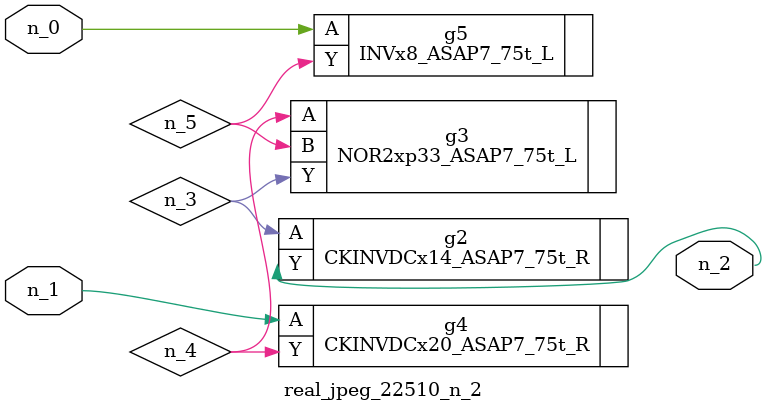
<source format=v>
module real_jpeg_22510_n_2 (n_1, n_0, n_2);

input n_1;
input n_0;

output n_2;

wire n_5;
wire n_4;
wire n_3;

INVx8_ASAP7_75t_L g5 ( 
.A(n_0),
.Y(n_5)
);

CKINVDCx20_ASAP7_75t_R g4 ( 
.A(n_1),
.Y(n_4)
);

CKINVDCx14_ASAP7_75t_R g2 ( 
.A(n_3),
.Y(n_2)
);

NOR2xp33_ASAP7_75t_L g3 ( 
.A(n_4),
.B(n_5),
.Y(n_3)
);


endmodule
</source>
